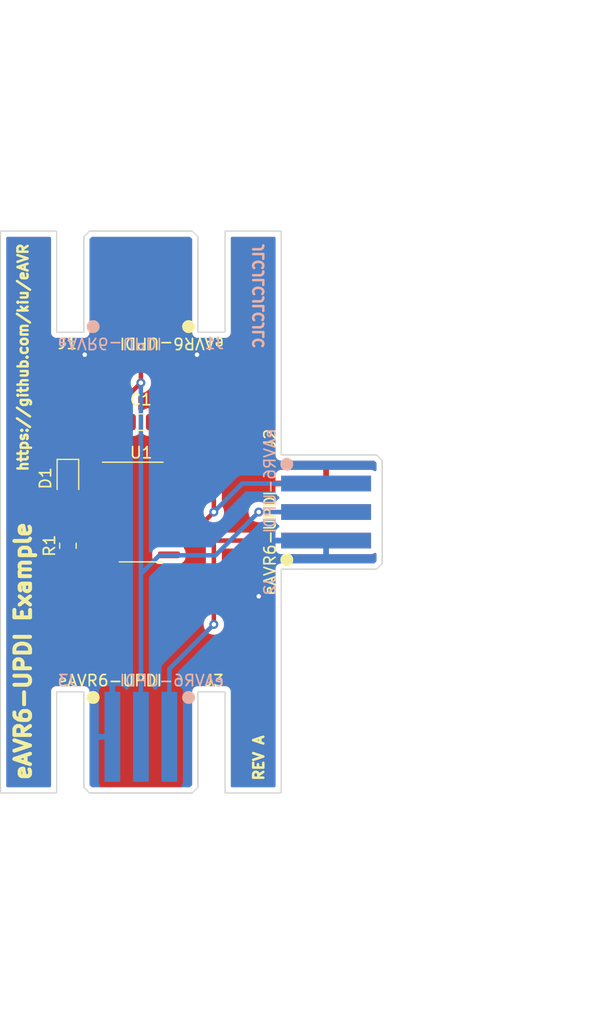
<source format=kicad_pcb>
(kicad_pcb (version 20211014) (generator pcbnew)
  (title_block (title "eAVR6-UPDI Example") (company "Nakamura Labs") (comment 1 "https://github.com/kiu/eAVR"))
  (layers (0 "F.Cu" signal) (31 "B.Cu" signal) (34 "B.Paste" user) (35 "F.Paste" user) (36 "B.SilkS" user "B.Silkscreen") (37 "F.SilkS" user "F.Silkscreen") (38 "B.Mask" user) (39 "F.Mask" user) (44 "Edge.Cuts" user))
  (net 0 "")
  (net 1 "+5V")
  (net 2 "GND")
  (net 3 "Net-(D1-Pad2)")
  (net 4 "Net-(J1-Pad1)")
  (net 5 "Net-(R1-Pad1)")
  (footprint "Capacitor_SMD:C_0805_2012Metric" (layer "F.Cu") (at 45.975 67)
    (fp_text reference "C1" (at 0 -2) (layer "F.SilkS"))
    (fp_text value "100nF")
    (fp_line (start -0.261252 -0.735) (end 0.261252 -0.735) (layer "F.SilkS") (width 0.12))
    (fp_line (start -0.261252 0.735) (end 0.261252 0.735) (layer "F.SilkS") (width 0.12))
    (pad "1" smd roundrect locked (at -0.95 0) (size 1 1.45) (layers "F.Cu" "F.Paste" "F.Mask") (net 1 "+5V"))
    (pad "2" smd roundrect locked (at 0.95 0) (size 1 1.45) (layers "F.Cu" "F.Paste" "F.Mask") (net 2 "GND"))
  )
  (footprint "eAVR:eAVR6-UPDI-B" (layer "F.Cu") (at 45.975 100)
    (fp_text reference "J3" (at 7.5 -10) (layer "F.SilkS") (effects (justify right)))
    (fp_text value "AVR-UPDI-6" hide)
    (fp_text user "${REFERENCE}" (at -7.5 -10) (layer "B.SilkS") (effects (justify right mirror)))
    (fp_text user "eAVR6-UPDI" (at 7.5 -10 unlocked) (layer "B.SilkS") (effects (justify left mirror)))
    (fp_text user "eAVR6-UPDI" (at -7.5 -10 unlocked) (layer "F.SilkS") (effects (justify left)))
    (fp_circle (center 4.25 -8.5) (end 4.75 -8.5) (layer "B.SilkS") (width 0.15) (fill solid))
    (fp_circle (center -4.25 -8.5) (end -3.75 -8.5) (layer "F.SilkS") (width 0.15) (fill solid))
    (fp_line (start -5.08 -9) (end -5.08 -0.5) (layer "Edge.Cuts") (width 0.12))
    (fp_line (start -4.58 0) (end 4.58 0) (layer "Edge.Cuts") (width 0.12))
    (fp_line (start 5.08 -9) (end 5.08 -0.5) (layer "Edge.Cuts") (width 0.12))
    (fp_line (start -5.08 -0.5) (end -4.58 0) (layer "Edge.Cuts") (width 0.12))
    (fp_line (start 5.08 -0.5) (end 4.58 0) (layer "Edge.Cuts") (width 0.12))
    (pad "1" connect rect (at 2.54 -5) (size 1.4 8) (layers "B.Cu" "B.Mask") (net 4 "Net-(J1-Pad1)"))
    (pad "2" connect rect (at 0 -5) (size 1.4 8) (layers "B.Cu" "B.Mask") (net 1 "+5V"))
    (pad "6" connect rect (at -2.54 -5) (size 1.4 8) (layers "B.Cu" "B.Mask") (net 2 "GND"))
  )
  (footprint "eAVR:eAVR6-UPDI-F" (layer "F.Cu") (at 45.975 50 180)
    (fp_text reference "J1" (at 7.5 -10) (layer "F.SilkS") (effects (justify left)))
    (fp_text value "AVR-UPDI-6" hide)
    (fp_text user "${REFERENCE}" (at -7.5 -10) (layer "B.SilkS") (effects (justify left mirror)))
    (fp_text user "eAVR6-UPDI" (at 7.5 -10 180 unlocked) (layer "B.SilkS") (effects (justify left mirror)))
    (fp_text user "eAVR6-UPDI" (at -7.5 -10 180 unlocked) (layer "F.SilkS") (effects (justify left)))
    (fp_circle (center 4.25 -8.5) (end 4.75 -8.5) (layer "B.SilkS") (width 0.15) (fill solid))
    (fp_circle (center -4.25 -8.5) (end -3.75 -8.5) (layer "F.SilkS") (width 0.15) (fill solid))
    (fp_line (start -4.58 0) (end 4.58 0) (layer "Edge.Cuts") (width 0.12))
    (fp_line (start 5.08 -9) (end 5.08 -0.5) (layer "Edge.Cuts") (width 0.12))
    (fp_line (start -5.08 -0.5) (end -4.58 0) (layer "Edge.Cuts") (width 0.12))
    (fp_line (start 5.08 -0.5) (end 4.58 0) (layer "Edge.Cuts") (width 0.12))
    (fp_line (start -5.08 -9) (end -5.08 -0.5) (layer "Edge.Cuts") (width 0.12))
    (pad "1" connect rect (at -2.54 -5 180) (size 1.4 8) (layers "F.Cu" "F.Mask") (net 4 "Net-(J1-Pad1)"))
    (pad "2" connect rect (at 0 -5 180) (size 1.4 8) (layers "F.Cu" "F.Mask") (net 1 "+5V"))
    (pad "6" connect rect (at 2.54 -5 180) (size 1.4 8) (layers "F.Cu" "F.Mask") (net 2 "GND"))
  )
  (footprint "Resistor_SMD:R_0805_2012Metric" (layer "F.Cu") (at 39.475 78 90)
    (fp_text reference "R1" (at 0 -1.65 90) (layer "F.SilkS"))
    (fp_text value "R")
    (fp_line (start -0.227064 0.735) (end 0.227064 0.735) (layer "F.SilkS") (width 0.12))
    (fp_line (start -0.227064 -0.735) (end 0.227064 -0.735) (layer "F.SilkS") (width 0.12))
    (pad "1" smd roundrect locked (at -0.9125 0 90) (size 1.025 1.4) (layers "F.Cu" "F.Paste" "F.Mask") (roundrect_rratio 0.243902) (net 5 "Net-(R1-Pad1)"))
    (pad "2" smd roundrect locked (at 0.9125 0 90) (size 1.025 1.4) (layers "F.Cu" "F.Paste" "F.Mask") (roundrect_rratio 0.243902) (net 3 "Net-(D1-Pad2)"))
  )
  (footprint "Package_SO:SOIC-14_3.9x8.7mm_P1.27mm" (layer "F.Cu") (at 46 75)
    (fp_text reference "U1" (at 0 -5.28) (layer "F.SilkS"))
    (fp_text value "ATtiny414-SS")
    (fp_line (start 0 -4.435) (end -3.45 -4.435) (layer "F.SilkS") (width 0.12))
    (fp_line (start 0 4.435) (end -1.95 4.435) (layer "F.SilkS") (width 0.12))
    (fp_line (start 0 -4.435) (end 1.95 -4.435) (layer "F.SilkS") (width 0.12))
    (fp_line (start 0 4.435) (end 1.95 4.435) (layer "F.SilkS") (width 0.12))
    (pad "1" smd roundrect locked (at -2.475 -3.81) (size 1.95 0.6) (layers "F.Cu" "F.Paste" "F.Mask") (net 1 "+5V"))
    (pad "2" smd roundrect locked (at -2.475 -2.54) (size 1.95 0.6) (layers "F.Cu" "F.Paste" "F.Mask"))
    (pad "3" smd roundrect locked (at -2.475 -1.27) (size 1.95 0.6) (layers "F.Cu" "F.Paste" "F.Mask"))
    (pad "4" smd roundrect locked (at -2.475 0) (size 1.95 0.6) (layers "F.Cu" "F.Paste" "F.Mask"))
    (pad "5" smd roundrect locked (at -2.475 1.27) (size 1.95 0.6) (layers "F.Cu" "F.Paste" "F.Mask") (net 5 "Net-(R1-Pad1)"))
    (pad "6" smd roundrect locked (at -2.475 2.54) (size 1.95 0.6) (layers "F.Cu" "F.Paste" "F.Mask"))
    (pad "7" smd roundrect locked (at -2.475 3.81) (size 1.95 0.6) (layers "F.Cu" "F.Paste" "F.Mask"))
    (pad "8" smd roundrect locked (at 2.475 3.81) (size 1.95 0.6) (layers "F.Cu" "F.Paste" "F.Mask"))
    (pad "9" smd roundrect locked (at 2.475 2.54) (size 1.95 0.6) (layers "F.Cu" "F.Paste" "F.Mask"))
    (pad "10" smd roundrect locked (at 2.475 1.27) (size 1.95 0.6) (layers "F.Cu" "F.Paste" "F.Mask") (net 4 "Net-(J1-Pad1)"))
    (pad "11" smd roundrect locked (at 2.475 0) (size 1.95 0.6) (layers "F.Cu" "F.Paste" "F.Mask"))
    (pad "12" smd roundrect locked (at 2.475 -1.27) (size 1.95 0.6) (layers "F.Cu" "F.Paste" "F.Mask"))
    (pad "13" smd roundrect locked (at 2.475 -2.54) (size 1.95 0.6) (layers "F.Cu" "F.Paste" "F.Mask"))
    (pad "14" smd roundrect locked (at 2.475 -3.81) (size 1.95 0.6) (layers "F.Cu" "F.Paste" "F.Mask") (net 2 "GND"))
  )
  (footprint "eAVR:eAVR6-UPDI-FB" (layer "F.Cu") (at 67.475 75 90)
    (fp_text reference "J2" (at 7.5 -10 90) (layer "F.SilkS") (effects (justify right)))
    (fp_text value "AVR-UPDI-6" hide)
    (fp_text user "eAVR6-UPDI" (at 7.5 -10 90 unlocked) (layer "B.SilkS") (effects (justify left mirror)))
    (fp_text user "${REFERENCE}" (at -7.5 -10 90) (layer "B.SilkS") (effects (justify right mirror)))
    (fp_text user "eAVR6-UPDI" (at -7.5 -10 90 unlocked) (layer "F.SilkS") (effects (justify left)))
    (fp_circle (center 4.25 -8.5) (end 4.75 -8.5) (layer "B.SilkS") (width 0.15) (fill solid))
    (fp_circle (center -4.25 -8.5) (end -3.75 -8.5) (layer "F.SilkS") (width 0.15) (fill solid))
    (fp_line (start 5.08 -9) (end 5.08 -0.5) (layer "Edge.Cuts") (width 0.12))
    (fp_line (start -5.08 -0.5) (end -4.58 0) (layer "Edge.Cuts") (width 0.12))
    (fp_line (start 5.08 -0.5) (end 4.58 0) (layer "Edge.Cuts") (width 0.12))
    (fp_line (start -4.58 0) (end 4.58 0) (layer "Edge.Cuts") (width 0.12))
    (fp_line (start -5.08 -9) (end -5.08 -0.5) (layer "Edge.Cuts") (width 0.12))
    (pad "1" connect rect (at -2.54 -5 90) (size 1.4 8) (layers "F.Cu" "F.Mask") (net 4 "Net-(J1-Pad1)"))
    (pad "1" connect rect (at 2.54 -5 90) (size 1.4 8) (layers "B.Cu" "B.Mask") (net 4 "Net-(J1-Pad1)"))
    (pad "2" connect rect (at 0 -5 90) (size 1.4 8) (layers "B.Cu" "B.Mask") (net 1 "+5V"))
    (pad "2" connect rect (at 0 -5 90) (size 1.4 8) (layers "F.Cu" "F.Mask") (net 1 "+5V"))
    (pad "6" connect rect (at -2.54 -5 90) (size 1.4 8) (layers "B.Cu" "B.Mask") (net 2 "GND"))
    (pad "6" connect rect (at 2.54 -5 90) (size 1.4 8) (layers "F.Cu" "F.Mask") (net 2 "GND"))
  )
  (footprint "LED_SMD:LED_0805_2012Metric" (layer "F.Cu") (at 39.475 72 -90)
    (fp_text reference "D1" (at 0 2 -270) (layer "F.SilkS"))
    (fp_text value "LED")
    (fp_line (start -1.685 0.96) (end 1 0.96) (layer "F.SilkS") (width 0.12))
    (fp_line (start 1 -0.96) (end -1.685 -0.96) (layer "F.SilkS") (width 0.12))
    (fp_line (start -1.685 -0.96) (end -1.685 0.96) (layer "F.SilkS") (width 0.12))
    (pad "1" smd roundrect locked (at -0.9375 0 270) (size 0.975 1.4) (layers "F.Cu" "F.Paste" "F.Mask") (net 2 "GND"))
    (pad "2" smd roundrect locked (at 0.9375 0 270) (size 0.975 1.4) (layers "F.Cu" "F.Paste" "F.Mask") (net 3 "Net-(D1-Pad2)"))
  )
  (gr_line (start 53.475 100) (end 53.475 91) (layer "Edge.Cuts") (width 0.1))
  (gr_line (start 58.475 80.08) (end 58.475 100) (layer "Edge.Cuts") (width 0.1))
  (gr_line (start 53.475 91) (end 51.055 91) (layer "Edge.Cuts") (width 0.1))
  (gr_line (start 38.475 59) (end 38.475 50) (layer "Edge.Cuts") (width 0.1))
  (gr_line (start 58.475 50) (end 58.475 69.92) (layer "Edge.Cuts") (width 0.1))
  (gr_line (start 58.475 100) (end 53.475 100) (layer "Edge.Cuts") (width 0.1))
  (gr_line (start 38.475 50) (end 33.475 50) (layer "Edge.Cuts") (width 0.1))
  (gr_line (start 40.895 59) (end 38.475 59) (layer "Edge.Cuts") (width 0.1))
  (gr_line (start 53.475 59) (end 51.055 59) (layer "Edge.Cuts") (width 0.1))
  (gr_line (start 33.475 100) (end 33.475 50) (layer "Edge.Cuts") (width 0.1))
  (gr_line (start 40.895 91) (end 38.475 91) (layer "Edge.Cuts") (width 0.1))
  (gr_line (start 53.475 50) (end 58.475 50) (layer "Edge.Cuts") (width 0.1))
  (gr_line (start 38.475 100) (end 33.475 100) (layer "Edge.Cuts") (width 0.1))
  (gr_line (start 53.475 50) (end 53.475 59) (layer "Edge.Cuts") (width 0.1))
  (gr_line (start 38.475 91) (end 38.475 100) (layer "Edge.Cuts") (width 0.1))
  (gr_text "JLCJLCJLCJLC" (at 56.475 51 90) (layer "B.SilkS") (effects (font (size 0.9 0.9) (thickness 0.225)) (justify left mirror)))
  (gr_text "eAVR6-UPDI Example" (at 35.475 99 90) (layer "F.SilkS") (effects (font (size 1.4 1.4) (thickness 0.35)) (justify left)))
  (gr_text "https://github.com/kiu/eAVR" (at 35.475 51 90) (layer "F.SilkS") (effects (font (size 0.9 0.9) (thickness 0.225)) (justify right)))
  (gr_text "REV A" (at 56.475 99 90) (layer "F.SilkS") (effects (font (size 0.9 0.9) (thickness 0.225)) (justify left)))
  (segment (start 45.975 55) (end 45.975 63.5) (width 0.4) (layer "F.Cu") (net 1))
  (segment (start 45.025 64.45) (end 45.025 67) (width 0.4) (layer "F.Cu") (net 1))
  (segment (start 56.475 75) (end 62.475 75) (width 0.4) (layer "F.Cu") (net 1))
  (segment (start 43.525 68.5) (end 45.025 67) (width 0.4) (layer "F.Cu") (net 1))
  (segment (start 45.975 63.5) (end 45.025 64.45) (width 0.4) (layer "F.Cu") (net 1))
  (segment (start 43.525 71.19) (end 43.525 68.5) (width 0.4) (layer "F.Cu") (net 1))
  (via (at 56.475 75) (size 0.8) (drill 0.4) (layers "F.Cu" "B.Cu") (net 1))
  (via (at 45.975 63.5) (size 0.8) (drill 0.4) (layers "F.Cu" "B.Cu") (net 1))
  (segment (start 45.975 80.5) (end 45.975 63.5) (width 0.4) (layer "B.Cu") (net 1))
  (segment (start 56.475 75) (end 62.475 75) (width 0.4) (layer "B.Cu") (net 1))
  (segment (start 45.975 88.2) (end 45.975 95) (width 0.4) (layer "B.Cu") (net 1))
  (segment (start 52.625 78.85) (end 56.475 75) (width 0.4) (layer "B.Cu") (net 1))
  (segment (start 45.975 88.2) (end 45.975 80.5) (width 0.4) (layer "B.Cu") (net 1))
  (segment (start 45.975 80.5) (end 47.625 78.85) (width 0.4) (layer "B.Cu") (net 1))
  (segment (start 47.625 78.85) (end 52.625 78.85) (width 0.4) (layer "B.Cu") (net 1))
  (via (at 50.975 61) (size 0.8) (drill 0.4) (layers "F.Cu" "B.Cu") (net 2))
  (via (at 56.475 82.5) (size 0.8) (drill 0.4) (layers "F.Cu" "B.Cu") (net 2))
  (via (at 40.975 61) (size 0.8) (drill 0.4) (layers "F.Cu" "B.Cu") (net 2))
  (segment (start 39.475 77.0875) (end 39.475 72.9375) (width 0.4) (layer "F.Cu") (net 3))
  (segment (start 52.475 68) (end 52.475 75) (width 0.4) (layer "F.Cu") (net 4))
  (segment (start 52.475 75) (end 51.205 76.27) (width 0.4) (layer "F.Cu") (net 4))
  (segment (start 48.515 64.04) (end 52.475 68) (width 0.4) (layer "F.Cu") (net 4))
  (segment (start 52.475 85) (end 52.475 77.54) (width 0.4) (layer "F.Cu") (net 4))
  (segment (start 62.475 77.54) (end 52.475 77.54) (width 0.4) (layer "F.Cu") (net 4))
  (segment (start 51.205 76.27) (end 48.475 76.27) (width 0.4) (layer "F.Cu") (net 4))
  (segment (start 48.515 55) (end 48.515 64.04) (width 0.4) (layer "F.Cu") (net 4))
  (segment (start 52.475 77.54) (end 51.205 76.27) (width 0.4) (layer "F.Cu") (net 4))
  (via (at 52.475 75) (size 0.8) (drill 0.4) (layers "F.Cu" "B.Cu") (net 4))
  (via (at 52.475 85) (size 0.8) (drill 0.4) (layers "F.Cu" "B.Cu") (net 4))
  (segment (start 55.015 72.46) (end 52.475 75) (width 0.4) (layer "B.Cu") (net 4))
  (segment (start 48.515 95) (end 48.515 88.96) (width 0.4) (layer "B.Cu") (net 4))
  (segment (start 62.475 72.46) (end 55.015 72.46) (width 0.4) (layer "B.Cu") (net 4))
  (segment (start 48.515 88.96) (end 52.475 85) (width 0.4) (layer "B.Cu") (net 4))
  (segment (start 41.475 78) (end 41.475 77) (width 0.4) (layer "F.Cu") (net 5))
  (segment (start 41.475 77) (end 42.205 76.27) (width 0.4) (layer "F.Cu") (net 5))
  (segment (start 40.5625 78.9125) (end 41.475 78) (width 0.4) (layer "F.Cu") (net 5))
  (segment (start 39.475 78.9125) (end 40.5625 78.9125) (width 0.4) (layer "F.Cu") (net 5))
  (segment (start 43.525 76.27) (end 42.205 76.27) (width 0.4) (layer "F.Cu") (net 5))
  (zone (net 2) (net_name "GND") (layers F&B.Cu) (connect_pads (clearance 0.508)) (min_thickness 0.254) (fill yes (thermal_gap 0.508) (thermal_bridge_width 0.508))
    (polygon (pts (xy 58.475 70) (xy 67.475 70) (xy 67.475 80) (xy 58.475 80) (xy 58.475 100) (xy 33.475 100) (xy 33.475 50) (xy 58.475 50)))
  )
)
</source>
